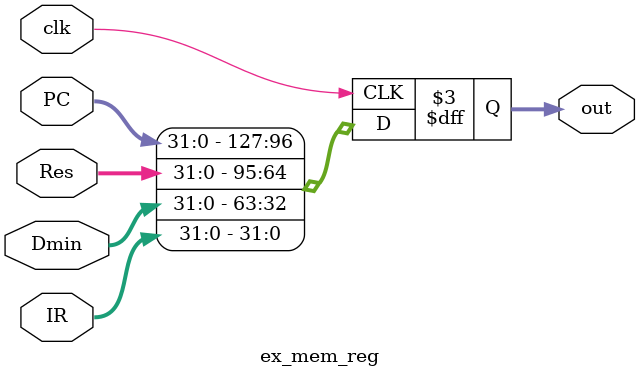
<source format=v>
module ex_mem_reg(clk,PC,Res,Dmin,IR,out);

input wire clk;
input wire[31:0] PC,Res,Dmin,IR;
output reg[127:0] out;

initial begin
    out <= 128'd0;
end

always@(negedge clk)begin
    out <= {PC,Res,Dmin,IR};
end

endmodule
</source>
